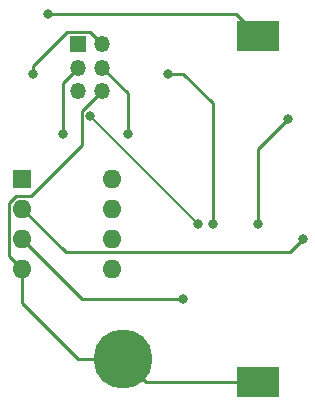
<source format=gbr>
%TF.GenerationSoftware,KiCad,Pcbnew,(5.1.8)-1*%
%TF.CreationDate,2021-03-25T23:04:17+02:00*%
%TF.ProjectId,charlie_keychain,63686172-6c69-4655-9f6b-657963686169,rev?*%
%TF.SameCoordinates,Original*%
%TF.FileFunction,Copper,L2,Bot*%
%TF.FilePolarity,Positive*%
%FSLAX46Y46*%
G04 Gerber Fmt 4.6, Leading zero omitted, Abs format (unit mm)*
G04 Created by KiCad (PCBNEW (5.1.8)-1) date 2021-03-25 23:04:17*
%MOMM*%
%LPD*%
G01*
G04 APERTURE LIST*
%TA.AperFunction,ComponentPad*%
%ADD10O,1.600000X1.600000*%
%TD*%
%TA.AperFunction,ComponentPad*%
%ADD11R,1.600000X1.600000*%
%TD*%
%TA.AperFunction,SMDPad,CuDef*%
%ADD12R,3.600000X2.600000*%
%TD*%
%TA.AperFunction,ConnectorPad*%
%ADD13C,5.000000*%
%TD*%
%TA.AperFunction,ComponentPad*%
%ADD14C,2.900000*%
%TD*%
%TA.AperFunction,ComponentPad*%
%ADD15O,1.350000X1.350000*%
%TD*%
%TA.AperFunction,ComponentPad*%
%ADD16R,1.350000X1.350000*%
%TD*%
%TA.AperFunction,ViaPad*%
%ADD17C,0.800000*%
%TD*%
%TA.AperFunction,Conductor*%
%ADD18C,0.250000*%
%TD*%
%TA.AperFunction,Conductor*%
%ADD19C,0.200000*%
%TD*%
G04 APERTURE END LIST*
D10*
%TO.P,U1,8*%
%TO.N,VCC*%
X113366618Y-69850000D03*
%TO.P,U1,4*%
%TO.N,GND*%
X105746618Y-77470000D03*
%TO.P,U1,7*%
%TO.N,SCK*%
X113366618Y-72390000D03*
%TO.P,U1,3*%
%TO.N,pin_D*%
X105746618Y-74930000D03*
%TO.P,U1,6*%
%TO.N,Net-(SW2-Pad1)*%
X113366618Y-74930000D03*
%TO.P,U1,2*%
%TO.N,pin_C*%
X105746618Y-72390000D03*
%TO.P,U1,5*%
%TO.N,MOSI*%
X113366618Y-77470000D03*
D11*
%TO.P,U1,1*%
%TO.N,RESET*%
X105746618Y-69850000D03*
%TD*%
D12*
%TO.P,BT1,2*%
%TO.N,GND*%
X125730000Y-87040000D03*
%TO.P,BT1,1*%
%TO.N,Net-(BT1-Pad1)*%
X125730000Y-57740000D03*
%TD*%
D13*
%TO.P,H1,1*%
%TO.N,GND*%
X114300000Y-85090000D03*
D14*
X114300000Y-85090000D03*
%TD*%
D15*
%TO.P,J1,6*%
%TO.N,GND*%
X112490000Y-62420000D03*
%TO.P,J1,5*%
%TO.N,RESET*%
X110490000Y-62420000D03*
%TO.P,J1,4*%
%TO.N,MOSI*%
X112490000Y-60420000D03*
%TO.P,J1,3*%
%TO.N,SCK*%
X110490000Y-60420000D03*
%TO.P,J1,2*%
%TO.N,VCC*%
X112490000Y-58420000D03*
D16*
%TO.P,J1,1*%
%TO.N,MISO*%
X110490000Y-58420000D03*
%TD*%
D17*
%TO.N,Net-(BT1-Pad1)*%
X107950000Y-55880000D03*
%TO.N,Net-(D1-Pad2)*%
X125730000Y-73660000D03*
X128270000Y-64770000D03*
%TO.N,Net-(D1-Pad1)*%
X121859996Y-73660000D03*
X118110000Y-60960000D03*
%TO.N,SCK*%
X109220000Y-66040000D03*
%TO.N,MOSI*%
X114655289Y-66040000D03*
%TO.N,pin_C*%
X129540000Y-74930000D03*
%TO.N,VCC*%
X106680000Y-60960000D03*
%TO.N,MISO*%
X111514999Y-64524999D03*
X120650000Y-73660000D03*
%TO.N,pin_D*%
X119380000Y-80010000D03*
%TD*%
D18*
%TO.N,Net-(BT1-Pad1)*%
X123870000Y-55880000D02*
X125730000Y-57740000D01*
X107950000Y-55880000D02*
X123870000Y-55880000D01*
%TO.N,GND*%
X116250000Y-87040000D02*
X114300000Y-85090000D01*
X125730000Y-87040000D02*
X116250000Y-87040000D01*
X109220000Y-83820000D02*
X109220000Y-83820000D01*
X110490000Y-85090000D02*
X114300000Y-85090000D01*
X105746618Y-80346618D02*
X110490000Y-85090000D01*
X105746618Y-77470000D02*
X105746618Y-80346618D01*
X104621617Y-76344999D02*
X105746618Y-77470000D01*
X104621617Y-71849999D02*
X104621617Y-76344999D01*
X106516621Y-71264999D02*
X105206617Y-71264999D01*
X110789998Y-66991622D02*
X106516621Y-71264999D01*
X110789998Y-64120002D02*
X110789998Y-66991622D01*
X105206617Y-71264999D02*
X104621617Y-71849999D01*
X112490000Y-62420000D02*
X110789998Y-64120002D01*
%TO.N,Net-(D1-Pad2)*%
X125730000Y-73660000D02*
X125730000Y-67310000D01*
X125730000Y-67310000D02*
X128270000Y-64770000D01*
X128270000Y-64770000D02*
X128270000Y-64770000D01*
%TO.N,Net-(D1-Pad1)*%
X121859996Y-73660000D02*
X121859996Y-63439996D01*
X121859996Y-63439996D02*
X119380000Y-60960000D01*
X119380000Y-60960000D02*
X118110000Y-60960000D01*
X118110000Y-60960000D02*
X118110000Y-60960000D01*
%TO.N,SCK*%
X109220000Y-61690000D02*
X110490000Y-60420000D01*
X109220000Y-66040000D02*
X109220000Y-61690000D01*
%TO.N,MOSI*%
X114655289Y-62585289D02*
X112490000Y-60420000D01*
X114655289Y-66040000D02*
X114655289Y-62585289D01*
%TO.N,pin_C*%
X109411619Y-76055001D02*
X128414999Y-76055001D01*
X105746618Y-72390000D02*
X109411619Y-76055001D01*
X128414999Y-76055001D02*
X129540000Y-74930000D01*
X129540000Y-74930000D02*
X129540000Y-74930000D01*
%TO.N,VCC*%
X109554999Y-57419999D02*
X106680000Y-60294998D01*
X111489999Y-57419999D02*
X109554999Y-57419999D01*
X112490000Y-58420000D02*
X111489999Y-57419999D01*
X106680000Y-60294998D02*
X106680000Y-60960000D01*
X106680000Y-60960000D02*
X106680000Y-60960000D01*
D19*
%TO.N,MISO*%
X111514999Y-64524999D02*
X120650000Y-73660000D01*
X120650000Y-73660000D02*
X120650000Y-73660000D01*
D18*
%TO.N,pin_D*%
X110826618Y-80010000D02*
X105746618Y-74930000D01*
X119380000Y-80010000D02*
X110826618Y-80010000D01*
%TD*%
M02*

</source>
